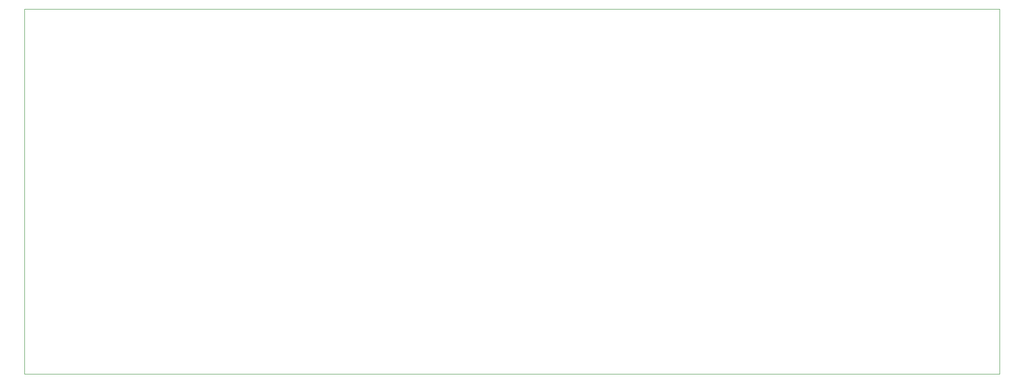
<source format=gm1>
%TF.GenerationSoftware,KiCad,Pcbnew,7.0.5-0*%
%TF.CreationDate,2023-12-20T20:01:57-05:00*%
%TF.ProjectId,nixie,6e697869-652e-46b6-9963-61645f706362,rev?*%
%TF.SameCoordinates,Original*%
%TF.FileFunction,Profile,NP*%
%FSLAX46Y46*%
G04 Gerber Fmt 4.6, Leading zero omitted, Abs format (unit mm)*
G04 Created by KiCad (PCBNEW 7.0.5-0) date 2023-12-20 20:01:57*
%MOMM*%
%LPD*%
G01*
G04 APERTURE LIST*
%TA.AperFunction,Profile*%
%ADD10C,0.050000*%
%TD*%
G04 APERTURE END LIST*
D10*
X247500000Y-146100000D02*
X247500000Y-77822100D01*
X65000000Y-146100000D02*
X247500000Y-146100000D01*
X247500000Y-77822100D02*
X65000000Y-77822100D01*
X65000000Y-77822100D02*
X65000000Y-146100000D01*
M02*

</source>
